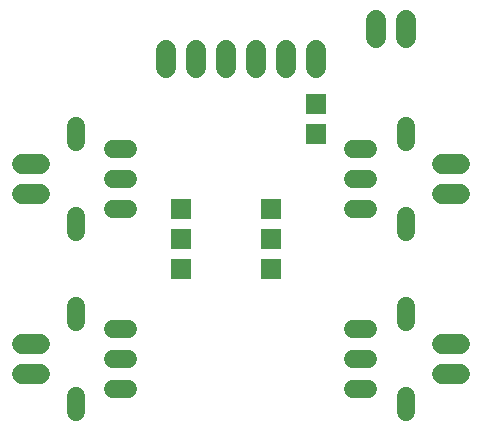
<source format=gbr>
G04 EAGLE Gerber RS-274X export*
G75*
%MOMM*%
%FSLAX34Y34*%
%LPD*%
%INSoldermask Top*%
%IPPOS*%
%AMOC8*
5,1,8,0,0,1.08239X$1,22.5*%
G01*
%ADD10C,1.727200*%
%ADD11C,1.524000*%
%ADD12R,1.703200X1.703200*%


D10*
X177800Y309880D02*
X177800Y325120D01*
X203200Y325120D02*
X203200Y309880D01*
X228600Y309880D02*
X228600Y325120D01*
X254000Y325120D02*
X254000Y309880D01*
X279400Y309880D02*
X279400Y325120D01*
X304800Y325120D02*
X304800Y309880D01*
D11*
X101600Y184404D02*
X101600Y171196D01*
X101600Y247396D02*
X101600Y260604D01*
X101600Y108204D02*
X101600Y94996D01*
X101600Y32004D02*
X101600Y18796D01*
X381000Y94996D02*
X381000Y108204D01*
X381000Y32004D02*
X381000Y18796D01*
X381000Y171196D02*
X381000Y184404D01*
X381000Y247396D02*
X381000Y260604D01*
D10*
X71120Y203200D02*
X55880Y203200D01*
X55880Y228600D02*
X71120Y228600D01*
X71120Y76200D02*
X55880Y76200D01*
X55880Y50800D02*
X71120Y50800D01*
X411480Y76200D02*
X426720Y76200D01*
X426720Y50800D02*
X411480Y50800D01*
X411480Y203200D02*
X426720Y203200D01*
X426720Y228600D02*
X411480Y228600D01*
X381000Y335280D02*
X381000Y350520D01*
X355600Y350520D02*
X355600Y335280D01*
D11*
X146304Y241300D02*
X133096Y241300D01*
X133096Y190500D02*
X146304Y190500D01*
X146304Y215900D02*
X133096Y215900D01*
X133096Y38100D02*
X146304Y38100D01*
X146304Y88900D02*
X133096Y88900D01*
X133096Y63500D02*
X146304Y63500D01*
X336296Y38100D02*
X349504Y38100D01*
X349504Y88900D02*
X336296Y88900D01*
X336296Y63500D02*
X349504Y63500D01*
X349504Y241300D02*
X336296Y241300D01*
X336296Y190500D02*
X349504Y190500D01*
X349504Y215900D02*
X336296Y215900D01*
D12*
X190500Y190500D03*
X190500Y165100D03*
X190500Y139700D03*
X266700Y190500D03*
X266700Y165100D03*
X266700Y139700D03*
X304800Y279400D03*
X304800Y254000D03*
M02*

</source>
